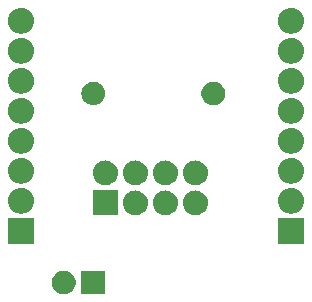
<source format=gts>
G04 #@! TF.GenerationSoftware,KiCad,Pcbnew,5.0.2+dfsg1-1~bpo9+1*
G04 #@! TF.CreationDate,2020-08-18T09:09:55+01:00*
G04 #@! TF.ProjectId,d1-nrf24l01-shield,64312d6e-7266-4323-946c-30312d736869,rev?*
G04 #@! TF.SameCoordinates,Original*
G04 #@! TF.FileFunction,Soldermask,Top*
G04 #@! TF.FilePolarity,Negative*
%FSLAX46Y46*%
G04 Gerber Fmt 4.6, Leading zero omitted, Abs format (unit mm)*
G04 Created by KiCad (PCBNEW 5.0.2+dfsg1-1~bpo9+1) date Tue 18 Aug 2020 09:09:55 IST*
%MOMM*%
%LPD*%
G01*
G04 APERTURE LIST*
%ADD10C,0.100000*%
G04 APERTURE END LIST*
D10*
G36*
X134604000Y-109331000D02*
X132604000Y-109331000D01*
X132604000Y-107331000D01*
X134604000Y-107331000D01*
X134604000Y-109331000D01*
X134604000Y-109331000D01*
G37*
G36*
X131279770Y-107346372D02*
X131395689Y-107369429D01*
X131577678Y-107444811D01*
X131741463Y-107554249D01*
X131880751Y-107693537D01*
X131990189Y-107857322D01*
X132065571Y-108039311D01*
X132104000Y-108232509D01*
X132104000Y-108429491D01*
X132065571Y-108622689D01*
X131990189Y-108804678D01*
X131880751Y-108968463D01*
X131741463Y-109107751D01*
X131577678Y-109217189D01*
X131395689Y-109292571D01*
X131279770Y-109315628D01*
X131202493Y-109331000D01*
X131005507Y-109331000D01*
X130928230Y-109315628D01*
X130812311Y-109292571D01*
X130630322Y-109217189D01*
X130466537Y-109107751D01*
X130327249Y-108968463D01*
X130217811Y-108804678D01*
X130142429Y-108622689D01*
X130104000Y-108429491D01*
X130104000Y-108232509D01*
X130142429Y-108039311D01*
X130217811Y-107857322D01*
X130327249Y-107693537D01*
X130466537Y-107554249D01*
X130630322Y-107444811D01*
X130812311Y-107369429D01*
X130928230Y-107346372D01*
X131005507Y-107331000D01*
X131202493Y-107331000D01*
X131279770Y-107346372D01*
X131279770Y-107346372D01*
G37*
G36*
X128590000Y-105050000D02*
X126390000Y-105050000D01*
X126390000Y-102850000D01*
X128590000Y-102850000D01*
X128590000Y-105050000D01*
X128590000Y-105050000D01*
G37*
G36*
X151450000Y-105050000D02*
X149250000Y-105050000D01*
X149250000Y-102850000D01*
X151450000Y-102850000D01*
X151450000Y-105050000D01*
X151450000Y-105050000D01*
G37*
G36*
X142368707Y-100557597D02*
X142445836Y-100565193D01*
X142577787Y-100605220D01*
X142643763Y-100625233D01*
X142826172Y-100722733D01*
X142986054Y-100853946D01*
X143117267Y-101013828D01*
X143214767Y-101196237D01*
X143214767Y-101196238D01*
X143274807Y-101394164D01*
X143295080Y-101600000D01*
X143274807Y-101805836D01*
X143234780Y-101937787D01*
X143214767Y-102003763D01*
X143117267Y-102186172D01*
X142986054Y-102346054D01*
X142826172Y-102477267D01*
X142643763Y-102574767D01*
X142577787Y-102594780D01*
X142445836Y-102634807D01*
X142368707Y-102642404D01*
X142291580Y-102650000D01*
X142188420Y-102650000D01*
X142111293Y-102642404D01*
X142034164Y-102634807D01*
X141902213Y-102594780D01*
X141836237Y-102574767D01*
X141653828Y-102477267D01*
X141493946Y-102346054D01*
X141362733Y-102186172D01*
X141265233Y-102003763D01*
X141245220Y-101937787D01*
X141205193Y-101805836D01*
X141184920Y-101600000D01*
X141205193Y-101394164D01*
X141265233Y-101196238D01*
X141265233Y-101196237D01*
X141362733Y-101013828D01*
X141493946Y-100853946D01*
X141653828Y-100722733D01*
X141836237Y-100625233D01*
X141902213Y-100605220D01*
X142034164Y-100565193D01*
X142111293Y-100557597D01*
X142188420Y-100550000D01*
X142291580Y-100550000D01*
X142368707Y-100557597D01*
X142368707Y-100557597D01*
G37*
G36*
X139828707Y-100557597D02*
X139905836Y-100565193D01*
X140037787Y-100605220D01*
X140103763Y-100625233D01*
X140286172Y-100722733D01*
X140446054Y-100853946D01*
X140577267Y-101013828D01*
X140674767Y-101196237D01*
X140674767Y-101196238D01*
X140734807Y-101394164D01*
X140755080Y-101600000D01*
X140734807Y-101805836D01*
X140694780Y-101937787D01*
X140674767Y-102003763D01*
X140577267Y-102186172D01*
X140446054Y-102346054D01*
X140286172Y-102477267D01*
X140103763Y-102574767D01*
X140037787Y-102594780D01*
X139905836Y-102634807D01*
X139828707Y-102642404D01*
X139751580Y-102650000D01*
X139648420Y-102650000D01*
X139571293Y-102642404D01*
X139494164Y-102634807D01*
X139362213Y-102594780D01*
X139296237Y-102574767D01*
X139113828Y-102477267D01*
X138953946Y-102346054D01*
X138822733Y-102186172D01*
X138725233Y-102003763D01*
X138705220Y-101937787D01*
X138665193Y-101805836D01*
X138644920Y-101600000D01*
X138665193Y-101394164D01*
X138725233Y-101196238D01*
X138725233Y-101196237D01*
X138822733Y-101013828D01*
X138953946Y-100853946D01*
X139113828Y-100722733D01*
X139296237Y-100625233D01*
X139362213Y-100605220D01*
X139494164Y-100565193D01*
X139571293Y-100557597D01*
X139648420Y-100550000D01*
X139751580Y-100550000D01*
X139828707Y-100557597D01*
X139828707Y-100557597D01*
G37*
G36*
X137288707Y-100557597D02*
X137365836Y-100565193D01*
X137497787Y-100605220D01*
X137563763Y-100625233D01*
X137746172Y-100722733D01*
X137906054Y-100853946D01*
X138037267Y-101013828D01*
X138134767Y-101196237D01*
X138134767Y-101196238D01*
X138194807Y-101394164D01*
X138215080Y-101600000D01*
X138194807Y-101805836D01*
X138154780Y-101937787D01*
X138134767Y-102003763D01*
X138037267Y-102186172D01*
X137906054Y-102346054D01*
X137746172Y-102477267D01*
X137563763Y-102574767D01*
X137497787Y-102594780D01*
X137365836Y-102634807D01*
X137288707Y-102642404D01*
X137211580Y-102650000D01*
X137108420Y-102650000D01*
X137031293Y-102642404D01*
X136954164Y-102634807D01*
X136822213Y-102594780D01*
X136756237Y-102574767D01*
X136573828Y-102477267D01*
X136413946Y-102346054D01*
X136282733Y-102186172D01*
X136185233Y-102003763D01*
X136165220Y-101937787D01*
X136125193Y-101805836D01*
X136104920Y-101600000D01*
X136125193Y-101394164D01*
X136185233Y-101196238D01*
X136185233Y-101196237D01*
X136282733Y-101013828D01*
X136413946Y-100853946D01*
X136573828Y-100722733D01*
X136756237Y-100625233D01*
X136822213Y-100605220D01*
X136954164Y-100565193D01*
X137031293Y-100557597D01*
X137108420Y-100550000D01*
X137211580Y-100550000D01*
X137288707Y-100557597D01*
X137288707Y-100557597D01*
G37*
G36*
X135670000Y-102650000D02*
X133570000Y-102650000D01*
X133570000Y-100550000D01*
X135670000Y-100550000D01*
X135670000Y-102650000D01*
X135670000Y-102650000D01*
G37*
G36*
X150565639Y-100325916D02*
X150772986Y-100388815D01*
X150772988Y-100388816D01*
X150964084Y-100490958D01*
X151131581Y-100628419D01*
X151269042Y-100795916D01*
X151300059Y-100853946D01*
X151371185Y-100987014D01*
X151434084Y-101194361D01*
X151455322Y-101410000D01*
X151434084Y-101625639D01*
X151379422Y-101805834D01*
X151371184Y-101832988D01*
X151269042Y-102024084D01*
X151131581Y-102191581D01*
X150964084Y-102329042D01*
X150772988Y-102431184D01*
X150772986Y-102431185D01*
X150565639Y-102494084D01*
X150404038Y-102510000D01*
X150295962Y-102510000D01*
X150134361Y-102494084D01*
X149927014Y-102431185D01*
X149927012Y-102431184D01*
X149735916Y-102329042D01*
X149568419Y-102191581D01*
X149430958Y-102024084D01*
X149328816Y-101832988D01*
X149320579Y-101805834D01*
X149265916Y-101625639D01*
X149244678Y-101410000D01*
X149265916Y-101194361D01*
X149328815Y-100987014D01*
X149399941Y-100853946D01*
X149430958Y-100795916D01*
X149568419Y-100628419D01*
X149735916Y-100490958D01*
X149927012Y-100388816D01*
X149927014Y-100388815D01*
X150134361Y-100325916D01*
X150295962Y-100310000D01*
X150404038Y-100310000D01*
X150565639Y-100325916D01*
X150565639Y-100325916D01*
G37*
G36*
X127705639Y-100325916D02*
X127912986Y-100388815D01*
X127912988Y-100388816D01*
X128104084Y-100490958D01*
X128271581Y-100628419D01*
X128409042Y-100795916D01*
X128440059Y-100853946D01*
X128511185Y-100987014D01*
X128574084Y-101194361D01*
X128595322Y-101410000D01*
X128574084Y-101625639D01*
X128519422Y-101805834D01*
X128511184Y-101832988D01*
X128409042Y-102024084D01*
X128271581Y-102191581D01*
X128104084Y-102329042D01*
X127912988Y-102431184D01*
X127912986Y-102431185D01*
X127705639Y-102494084D01*
X127544038Y-102510000D01*
X127435962Y-102510000D01*
X127274361Y-102494084D01*
X127067014Y-102431185D01*
X127067012Y-102431184D01*
X126875916Y-102329042D01*
X126708419Y-102191581D01*
X126570958Y-102024084D01*
X126468816Y-101832988D01*
X126460579Y-101805834D01*
X126405916Y-101625639D01*
X126384678Y-101410000D01*
X126405916Y-101194361D01*
X126468815Y-100987014D01*
X126539941Y-100853946D01*
X126570958Y-100795916D01*
X126708419Y-100628419D01*
X126875916Y-100490958D01*
X127067012Y-100388816D01*
X127067014Y-100388815D01*
X127274361Y-100325916D01*
X127435962Y-100310000D01*
X127544038Y-100310000D01*
X127705639Y-100325916D01*
X127705639Y-100325916D01*
G37*
G36*
X142368707Y-98017596D02*
X142445836Y-98025193D01*
X142577787Y-98065220D01*
X142643763Y-98085233D01*
X142826172Y-98182733D01*
X142986054Y-98313946D01*
X143117267Y-98473828D01*
X143214767Y-98656237D01*
X143214767Y-98656238D01*
X143274807Y-98854164D01*
X143295080Y-99060000D01*
X143274807Y-99265836D01*
X143234780Y-99397787D01*
X143214767Y-99463763D01*
X143117267Y-99646172D01*
X142986054Y-99806054D01*
X142826172Y-99937267D01*
X142643763Y-100034767D01*
X142577787Y-100054780D01*
X142445836Y-100094807D01*
X142368707Y-100102403D01*
X142291580Y-100110000D01*
X142188420Y-100110000D01*
X142111293Y-100102403D01*
X142034164Y-100094807D01*
X141902213Y-100054780D01*
X141836237Y-100034767D01*
X141653828Y-99937267D01*
X141493946Y-99806054D01*
X141362733Y-99646172D01*
X141265233Y-99463763D01*
X141245220Y-99397787D01*
X141205193Y-99265836D01*
X141184920Y-99060000D01*
X141205193Y-98854164D01*
X141265233Y-98656238D01*
X141265233Y-98656237D01*
X141362733Y-98473828D01*
X141493946Y-98313946D01*
X141653828Y-98182733D01*
X141836237Y-98085233D01*
X141902213Y-98065220D01*
X142034164Y-98025193D01*
X142111293Y-98017596D01*
X142188420Y-98010000D01*
X142291580Y-98010000D01*
X142368707Y-98017596D01*
X142368707Y-98017596D01*
G37*
G36*
X139828707Y-98017596D02*
X139905836Y-98025193D01*
X140037787Y-98065220D01*
X140103763Y-98085233D01*
X140286172Y-98182733D01*
X140446054Y-98313946D01*
X140577267Y-98473828D01*
X140674767Y-98656237D01*
X140674767Y-98656238D01*
X140734807Y-98854164D01*
X140755080Y-99060000D01*
X140734807Y-99265836D01*
X140694780Y-99397787D01*
X140674767Y-99463763D01*
X140577267Y-99646172D01*
X140446054Y-99806054D01*
X140286172Y-99937267D01*
X140103763Y-100034767D01*
X140037787Y-100054780D01*
X139905836Y-100094807D01*
X139828707Y-100102403D01*
X139751580Y-100110000D01*
X139648420Y-100110000D01*
X139571293Y-100102403D01*
X139494164Y-100094807D01*
X139362213Y-100054780D01*
X139296237Y-100034767D01*
X139113828Y-99937267D01*
X138953946Y-99806054D01*
X138822733Y-99646172D01*
X138725233Y-99463763D01*
X138705220Y-99397787D01*
X138665193Y-99265836D01*
X138644920Y-99060000D01*
X138665193Y-98854164D01*
X138725233Y-98656238D01*
X138725233Y-98656237D01*
X138822733Y-98473828D01*
X138953946Y-98313946D01*
X139113828Y-98182733D01*
X139296237Y-98085233D01*
X139362213Y-98065220D01*
X139494164Y-98025193D01*
X139571293Y-98017596D01*
X139648420Y-98010000D01*
X139751580Y-98010000D01*
X139828707Y-98017596D01*
X139828707Y-98017596D01*
G37*
G36*
X137288707Y-98017596D02*
X137365836Y-98025193D01*
X137497787Y-98065220D01*
X137563763Y-98085233D01*
X137746172Y-98182733D01*
X137906054Y-98313946D01*
X138037267Y-98473828D01*
X138134767Y-98656237D01*
X138134767Y-98656238D01*
X138194807Y-98854164D01*
X138215080Y-99060000D01*
X138194807Y-99265836D01*
X138154780Y-99397787D01*
X138134767Y-99463763D01*
X138037267Y-99646172D01*
X137906054Y-99806054D01*
X137746172Y-99937267D01*
X137563763Y-100034767D01*
X137497787Y-100054780D01*
X137365836Y-100094807D01*
X137288707Y-100102403D01*
X137211580Y-100110000D01*
X137108420Y-100110000D01*
X137031293Y-100102403D01*
X136954164Y-100094807D01*
X136822213Y-100054780D01*
X136756237Y-100034767D01*
X136573828Y-99937267D01*
X136413946Y-99806054D01*
X136282733Y-99646172D01*
X136185233Y-99463763D01*
X136165220Y-99397787D01*
X136125193Y-99265836D01*
X136104920Y-99060000D01*
X136125193Y-98854164D01*
X136185233Y-98656238D01*
X136185233Y-98656237D01*
X136282733Y-98473828D01*
X136413946Y-98313946D01*
X136573828Y-98182733D01*
X136756237Y-98085233D01*
X136822213Y-98065220D01*
X136954164Y-98025193D01*
X137031293Y-98017596D01*
X137108420Y-98010000D01*
X137211580Y-98010000D01*
X137288707Y-98017596D01*
X137288707Y-98017596D01*
G37*
G36*
X134748707Y-98017596D02*
X134825836Y-98025193D01*
X134957787Y-98065220D01*
X135023763Y-98085233D01*
X135206172Y-98182733D01*
X135366054Y-98313946D01*
X135497267Y-98473828D01*
X135594767Y-98656237D01*
X135594767Y-98656238D01*
X135654807Y-98854164D01*
X135675080Y-99060000D01*
X135654807Y-99265836D01*
X135614780Y-99397787D01*
X135594767Y-99463763D01*
X135497267Y-99646172D01*
X135366054Y-99806054D01*
X135206172Y-99937267D01*
X135023763Y-100034767D01*
X134957787Y-100054780D01*
X134825836Y-100094807D01*
X134748707Y-100102403D01*
X134671580Y-100110000D01*
X134568420Y-100110000D01*
X134491293Y-100102403D01*
X134414164Y-100094807D01*
X134282213Y-100054780D01*
X134216237Y-100034767D01*
X134033828Y-99937267D01*
X133873946Y-99806054D01*
X133742733Y-99646172D01*
X133645233Y-99463763D01*
X133625220Y-99397787D01*
X133585193Y-99265836D01*
X133564920Y-99060000D01*
X133585193Y-98854164D01*
X133645233Y-98656238D01*
X133645233Y-98656237D01*
X133742733Y-98473828D01*
X133873946Y-98313946D01*
X134033828Y-98182733D01*
X134216237Y-98085233D01*
X134282213Y-98065220D01*
X134414164Y-98025193D01*
X134491293Y-98017596D01*
X134568420Y-98010000D01*
X134671580Y-98010000D01*
X134748707Y-98017596D01*
X134748707Y-98017596D01*
G37*
G36*
X127705639Y-97785916D02*
X127912986Y-97848815D01*
X127912988Y-97848816D01*
X128104084Y-97950958D01*
X128271581Y-98088419D01*
X128409042Y-98255916D01*
X128440059Y-98313946D01*
X128511185Y-98447014D01*
X128574084Y-98654361D01*
X128595322Y-98870000D01*
X128574084Y-99085639D01*
X128519422Y-99265834D01*
X128511184Y-99292988D01*
X128409042Y-99484084D01*
X128271581Y-99651581D01*
X128104084Y-99789042D01*
X127912988Y-99891184D01*
X127912986Y-99891185D01*
X127705639Y-99954084D01*
X127544038Y-99970000D01*
X127435962Y-99970000D01*
X127274361Y-99954084D01*
X127067014Y-99891185D01*
X127067012Y-99891184D01*
X126875916Y-99789042D01*
X126708419Y-99651581D01*
X126570958Y-99484084D01*
X126468816Y-99292988D01*
X126460579Y-99265834D01*
X126405916Y-99085639D01*
X126384678Y-98870000D01*
X126405916Y-98654361D01*
X126468815Y-98447014D01*
X126539941Y-98313946D01*
X126570958Y-98255916D01*
X126708419Y-98088419D01*
X126875916Y-97950958D01*
X127067012Y-97848816D01*
X127067014Y-97848815D01*
X127274361Y-97785916D01*
X127435962Y-97770000D01*
X127544038Y-97770000D01*
X127705639Y-97785916D01*
X127705639Y-97785916D01*
G37*
G36*
X150565639Y-97785916D02*
X150772986Y-97848815D01*
X150772988Y-97848816D01*
X150964084Y-97950958D01*
X151131581Y-98088419D01*
X151269042Y-98255916D01*
X151300059Y-98313946D01*
X151371185Y-98447014D01*
X151434084Y-98654361D01*
X151455322Y-98870000D01*
X151434084Y-99085639D01*
X151379422Y-99265834D01*
X151371184Y-99292988D01*
X151269042Y-99484084D01*
X151131581Y-99651581D01*
X150964084Y-99789042D01*
X150772988Y-99891184D01*
X150772986Y-99891185D01*
X150565639Y-99954084D01*
X150404038Y-99970000D01*
X150295962Y-99970000D01*
X150134361Y-99954084D01*
X149927014Y-99891185D01*
X149927012Y-99891184D01*
X149735916Y-99789042D01*
X149568419Y-99651581D01*
X149430958Y-99484084D01*
X149328816Y-99292988D01*
X149320579Y-99265834D01*
X149265916Y-99085639D01*
X149244678Y-98870000D01*
X149265916Y-98654361D01*
X149328815Y-98447014D01*
X149399941Y-98313946D01*
X149430958Y-98255916D01*
X149568419Y-98088419D01*
X149735916Y-97950958D01*
X149927012Y-97848816D01*
X149927014Y-97848815D01*
X150134361Y-97785916D01*
X150295962Y-97770000D01*
X150404038Y-97770000D01*
X150565639Y-97785916D01*
X150565639Y-97785916D01*
G37*
G36*
X150565639Y-95245916D02*
X150772986Y-95308815D01*
X150772988Y-95308816D01*
X150964084Y-95410958D01*
X151131581Y-95548419D01*
X151269042Y-95715916D01*
X151371184Y-95907012D01*
X151434084Y-96114362D01*
X151455322Y-96330000D01*
X151434084Y-96545638D01*
X151371184Y-96752988D01*
X151269042Y-96944084D01*
X151131581Y-97111581D01*
X150964084Y-97249042D01*
X150772988Y-97351184D01*
X150772986Y-97351185D01*
X150565639Y-97414084D01*
X150404038Y-97430000D01*
X150295962Y-97430000D01*
X150134361Y-97414084D01*
X149927014Y-97351185D01*
X149927012Y-97351184D01*
X149735916Y-97249042D01*
X149568419Y-97111581D01*
X149430958Y-96944084D01*
X149328816Y-96752988D01*
X149265916Y-96545638D01*
X149244678Y-96330000D01*
X149265916Y-96114362D01*
X149328816Y-95907012D01*
X149430958Y-95715916D01*
X149568419Y-95548419D01*
X149735916Y-95410958D01*
X149927012Y-95308816D01*
X149927014Y-95308815D01*
X150134361Y-95245916D01*
X150295962Y-95230000D01*
X150404038Y-95230000D01*
X150565639Y-95245916D01*
X150565639Y-95245916D01*
G37*
G36*
X127705639Y-95245916D02*
X127912986Y-95308815D01*
X127912988Y-95308816D01*
X128104084Y-95410958D01*
X128271581Y-95548419D01*
X128409042Y-95715916D01*
X128511184Y-95907012D01*
X128574084Y-96114362D01*
X128595322Y-96330000D01*
X128574084Y-96545638D01*
X128511184Y-96752988D01*
X128409042Y-96944084D01*
X128271581Y-97111581D01*
X128104084Y-97249042D01*
X127912988Y-97351184D01*
X127912986Y-97351185D01*
X127705639Y-97414084D01*
X127544038Y-97430000D01*
X127435962Y-97430000D01*
X127274361Y-97414084D01*
X127067014Y-97351185D01*
X127067012Y-97351184D01*
X126875916Y-97249042D01*
X126708419Y-97111581D01*
X126570958Y-96944084D01*
X126468816Y-96752988D01*
X126405916Y-96545638D01*
X126384678Y-96330000D01*
X126405916Y-96114362D01*
X126468816Y-95907012D01*
X126570958Y-95715916D01*
X126708419Y-95548419D01*
X126875916Y-95410958D01*
X127067012Y-95308816D01*
X127067014Y-95308815D01*
X127274361Y-95245916D01*
X127435962Y-95230000D01*
X127544038Y-95230000D01*
X127705639Y-95245916D01*
X127705639Y-95245916D01*
G37*
G36*
X150565639Y-92705916D02*
X150772986Y-92768815D01*
X150772988Y-92768816D01*
X150964084Y-92870958D01*
X151131581Y-93008419D01*
X151269042Y-93175916D01*
X151371184Y-93367012D01*
X151434084Y-93574362D01*
X151455322Y-93790000D01*
X151434084Y-94005638D01*
X151371184Y-94212988D01*
X151269042Y-94404084D01*
X151131581Y-94571581D01*
X150964084Y-94709042D01*
X150772988Y-94811184D01*
X150772986Y-94811185D01*
X150565639Y-94874084D01*
X150404038Y-94890000D01*
X150295962Y-94890000D01*
X150134361Y-94874084D01*
X149927014Y-94811185D01*
X149927012Y-94811184D01*
X149735916Y-94709042D01*
X149568419Y-94571581D01*
X149430958Y-94404084D01*
X149328816Y-94212988D01*
X149265916Y-94005638D01*
X149244678Y-93790000D01*
X149265916Y-93574362D01*
X149328816Y-93367012D01*
X149430958Y-93175916D01*
X149568419Y-93008419D01*
X149735916Y-92870958D01*
X149927012Y-92768816D01*
X149927014Y-92768815D01*
X150134361Y-92705916D01*
X150295962Y-92690000D01*
X150404038Y-92690000D01*
X150565639Y-92705916D01*
X150565639Y-92705916D01*
G37*
G36*
X127705639Y-92705916D02*
X127912986Y-92768815D01*
X127912988Y-92768816D01*
X128104084Y-92870958D01*
X128271581Y-93008419D01*
X128409042Y-93175916D01*
X128511184Y-93367012D01*
X128574084Y-93574362D01*
X128595322Y-93790000D01*
X128574084Y-94005638D01*
X128511184Y-94212988D01*
X128409042Y-94404084D01*
X128271581Y-94571581D01*
X128104084Y-94709042D01*
X127912988Y-94811184D01*
X127912986Y-94811185D01*
X127705639Y-94874084D01*
X127544038Y-94890000D01*
X127435962Y-94890000D01*
X127274361Y-94874084D01*
X127067014Y-94811185D01*
X127067012Y-94811184D01*
X126875916Y-94709042D01*
X126708419Y-94571581D01*
X126570958Y-94404084D01*
X126468816Y-94212988D01*
X126405916Y-94005638D01*
X126384678Y-93790000D01*
X126405916Y-93574362D01*
X126468816Y-93367012D01*
X126570958Y-93175916D01*
X126708419Y-93008419D01*
X126875916Y-92870958D01*
X127067012Y-92768816D01*
X127067014Y-92768815D01*
X127274361Y-92705916D01*
X127435962Y-92690000D01*
X127544038Y-92690000D01*
X127705639Y-92705916D01*
X127705639Y-92705916D01*
G37*
G36*
X133800030Y-91343469D02*
X133800033Y-91343470D01*
X133800034Y-91343470D01*
X133988535Y-91400651D01*
X133988537Y-91400652D01*
X134162260Y-91493509D01*
X134314528Y-91618472D01*
X134439491Y-91770740D01*
X134532348Y-91944463D01*
X134589531Y-92132970D01*
X134608838Y-92329000D01*
X134589531Y-92525030D01*
X134532348Y-92713537D01*
X134439491Y-92887260D01*
X134314528Y-93039528D01*
X134162260Y-93164491D01*
X134067411Y-93215189D01*
X133988535Y-93257349D01*
X133800034Y-93314530D01*
X133800033Y-93314530D01*
X133800030Y-93314531D01*
X133653124Y-93329000D01*
X133554876Y-93329000D01*
X133407970Y-93314531D01*
X133407967Y-93314530D01*
X133407966Y-93314530D01*
X133219465Y-93257349D01*
X133140589Y-93215189D01*
X133045740Y-93164491D01*
X132893472Y-93039528D01*
X132768509Y-92887260D01*
X132675652Y-92713537D01*
X132618469Y-92525030D01*
X132599162Y-92329000D01*
X132618469Y-92132970D01*
X132675652Y-91944463D01*
X132768509Y-91770740D01*
X132893472Y-91618472D01*
X133045740Y-91493509D01*
X133219463Y-91400652D01*
X133219465Y-91400651D01*
X133407966Y-91343470D01*
X133407967Y-91343470D01*
X133407970Y-91343469D01*
X133554876Y-91329000D01*
X133653124Y-91329000D01*
X133800030Y-91343469D01*
X133800030Y-91343469D01*
G37*
G36*
X143939770Y-91344372D02*
X144055689Y-91367429D01*
X144237678Y-91442811D01*
X144401463Y-91552249D01*
X144540751Y-91691537D01*
X144650189Y-91855322D01*
X144725571Y-92037311D01*
X144764000Y-92230509D01*
X144764000Y-92427491D01*
X144725571Y-92620689D01*
X144650189Y-92802678D01*
X144540751Y-92966463D01*
X144401463Y-93105751D01*
X144237678Y-93215189D01*
X144055689Y-93290571D01*
X143939770Y-93313628D01*
X143862493Y-93329000D01*
X143665507Y-93329000D01*
X143588230Y-93313628D01*
X143472311Y-93290571D01*
X143290322Y-93215189D01*
X143126537Y-93105751D01*
X142987249Y-92966463D01*
X142877811Y-92802678D01*
X142802429Y-92620689D01*
X142764000Y-92427491D01*
X142764000Y-92230509D01*
X142802429Y-92037311D01*
X142877811Y-91855322D01*
X142987249Y-91691537D01*
X143126537Y-91552249D01*
X143290322Y-91442811D01*
X143472311Y-91367429D01*
X143588230Y-91344372D01*
X143665507Y-91329000D01*
X143862493Y-91329000D01*
X143939770Y-91344372D01*
X143939770Y-91344372D01*
G37*
G36*
X150565639Y-90165916D02*
X150772986Y-90228815D01*
X150772988Y-90228816D01*
X150964084Y-90330958D01*
X151131581Y-90468419D01*
X151269042Y-90635916D01*
X151371184Y-90827012D01*
X151371185Y-90827014D01*
X151434084Y-91034361D01*
X151455322Y-91250000D01*
X151434084Y-91465639D01*
X151407810Y-91552253D01*
X151371184Y-91672988D01*
X151269042Y-91864084D01*
X151131581Y-92031581D01*
X150964084Y-92169042D01*
X150772988Y-92271184D01*
X150772986Y-92271185D01*
X150565639Y-92334084D01*
X150404038Y-92350000D01*
X150295962Y-92350000D01*
X150134361Y-92334084D01*
X149927014Y-92271185D01*
X149927012Y-92271184D01*
X149735916Y-92169042D01*
X149568419Y-92031581D01*
X149430958Y-91864084D01*
X149328816Y-91672988D01*
X149292191Y-91552253D01*
X149265916Y-91465639D01*
X149244678Y-91250000D01*
X149265916Y-91034361D01*
X149328815Y-90827014D01*
X149328816Y-90827012D01*
X149430958Y-90635916D01*
X149568419Y-90468419D01*
X149735916Y-90330958D01*
X149927012Y-90228816D01*
X149927014Y-90228815D01*
X150134361Y-90165916D01*
X150295962Y-90150000D01*
X150404038Y-90150000D01*
X150565639Y-90165916D01*
X150565639Y-90165916D01*
G37*
G36*
X127705639Y-90165916D02*
X127912986Y-90228815D01*
X127912988Y-90228816D01*
X128104084Y-90330958D01*
X128271581Y-90468419D01*
X128409042Y-90635916D01*
X128511184Y-90827012D01*
X128511185Y-90827014D01*
X128574084Y-91034361D01*
X128595322Y-91250000D01*
X128574084Y-91465639D01*
X128547810Y-91552253D01*
X128511184Y-91672988D01*
X128409042Y-91864084D01*
X128271581Y-92031581D01*
X128104084Y-92169042D01*
X127912988Y-92271184D01*
X127912986Y-92271185D01*
X127705639Y-92334084D01*
X127544038Y-92350000D01*
X127435962Y-92350000D01*
X127274361Y-92334084D01*
X127067014Y-92271185D01*
X127067012Y-92271184D01*
X126875916Y-92169042D01*
X126708419Y-92031581D01*
X126570958Y-91864084D01*
X126468816Y-91672988D01*
X126432191Y-91552253D01*
X126405916Y-91465639D01*
X126384678Y-91250000D01*
X126405916Y-91034361D01*
X126468815Y-90827014D01*
X126468816Y-90827012D01*
X126570958Y-90635916D01*
X126708419Y-90468419D01*
X126875916Y-90330958D01*
X127067012Y-90228816D01*
X127067014Y-90228815D01*
X127274361Y-90165916D01*
X127435962Y-90150000D01*
X127544038Y-90150000D01*
X127705639Y-90165916D01*
X127705639Y-90165916D01*
G37*
G36*
X127705639Y-87625916D02*
X127912986Y-87688815D01*
X127912988Y-87688816D01*
X128104084Y-87790958D01*
X128271581Y-87928419D01*
X128409042Y-88095916D01*
X128511184Y-88287012D01*
X128574084Y-88494362D01*
X128595322Y-88710000D01*
X128574084Y-88925638D01*
X128511184Y-89132988D01*
X128409042Y-89324084D01*
X128271581Y-89491581D01*
X128104084Y-89629042D01*
X127912988Y-89731184D01*
X127912986Y-89731185D01*
X127705639Y-89794084D01*
X127544038Y-89810000D01*
X127435962Y-89810000D01*
X127274361Y-89794084D01*
X127067014Y-89731185D01*
X127067012Y-89731184D01*
X126875916Y-89629042D01*
X126708419Y-89491581D01*
X126570958Y-89324084D01*
X126468816Y-89132988D01*
X126405916Y-88925638D01*
X126384678Y-88710000D01*
X126405916Y-88494362D01*
X126468816Y-88287012D01*
X126570958Y-88095916D01*
X126708419Y-87928419D01*
X126875916Y-87790958D01*
X127067012Y-87688816D01*
X127067014Y-87688815D01*
X127274361Y-87625916D01*
X127435962Y-87610000D01*
X127544038Y-87610000D01*
X127705639Y-87625916D01*
X127705639Y-87625916D01*
G37*
G36*
X150565639Y-87625916D02*
X150772986Y-87688815D01*
X150772988Y-87688816D01*
X150964084Y-87790958D01*
X151131581Y-87928419D01*
X151269042Y-88095916D01*
X151371184Y-88287012D01*
X151434084Y-88494362D01*
X151455322Y-88710000D01*
X151434084Y-88925638D01*
X151371184Y-89132988D01*
X151269042Y-89324084D01*
X151131581Y-89491581D01*
X150964084Y-89629042D01*
X150772988Y-89731184D01*
X150772986Y-89731185D01*
X150565639Y-89794084D01*
X150404038Y-89810000D01*
X150295962Y-89810000D01*
X150134361Y-89794084D01*
X149927014Y-89731185D01*
X149927012Y-89731184D01*
X149735916Y-89629042D01*
X149568419Y-89491581D01*
X149430958Y-89324084D01*
X149328816Y-89132988D01*
X149265916Y-88925638D01*
X149244678Y-88710000D01*
X149265916Y-88494362D01*
X149328816Y-88287012D01*
X149430958Y-88095916D01*
X149568419Y-87928419D01*
X149735916Y-87790958D01*
X149927012Y-87688816D01*
X149927014Y-87688815D01*
X150134361Y-87625916D01*
X150295962Y-87610000D01*
X150404038Y-87610000D01*
X150565639Y-87625916D01*
X150565639Y-87625916D01*
G37*
G36*
X127705639Y-85085916D02*
X127912986Y-85148815D01*
X127912988Y-85148816D01*
X128104084Y-85250958D01*
X128271581Y-85388419D01*
X128409042Y-85555916D01*
X128511184Y-85747012D01*
X128574084Y-85954362D01*
X128595322Y-86170000D01*
X128574084Y-86385638D01*
X128511184Y-86592988D01*
X128409042Y-86784084D01*
X128271581Y-86951581D01*
X128104084Y-87089042D01*
X127912988Y-87191184D01*
X127912986Y-87191185D01*
X127705639Y-87254084D01*
X127544038Y-87270000D01*
X127435962Y-87270000D01*
X127274361Y-87254084D01*
X127067014Y-87191185D01*
X127067012Y-87191184D01*
X126875916Y-87089042D01*
X126708419Y-86951581D01*
X126570958Y-86784084D01*
X126468816Y-86592988D01*
X126405916Y-86385638D01*
X126384678Y-86170000D01*
X126405916Y-85954362D01*
X126468816Y-85747012D01*
X126570958Y-85555916D01*
X126708419Y-85388419D01*
X126875916Y-85250958D01*
X127067012Y-85148816D01*
X127067014Y-85148815D01*
X127274361Y-85085916D01*
X127435962Y-85070000D01*
X127544038Y-85070000D01*
X127705639Y-85085916D01*
X127705639Y-85085916D01*
G37*
G36*
X150565639Y-85085916D02*
X150772986Y-85148815D01*
X150772988Y-85148816D01*
X150964084Y-85250958D01*
X151131581Y-85388419D01*
X151269042Y-85555916D01*
X151371184Y-85747012D01*
X151434084Y-85954362D01*
X151455322Y-86170000D01*
X151434084Y-86385638D01*
X151371184Y-86592988D01*
X151269042Y-86784084D01*
X151131581Y-86951581D01*
X150964084Y-87089042D01*
X150772988Y-87191184D01*
X150772986Y-87191185D01*
X150565639Y-87254084D01*
X150404038Y-87270000D01*
X150295962Y-87270000D01*
X150134361Y-87254084D01*
X149927014Y-87191185D01*
X149927012Y-87191184D01*
X149735916Y-87089042D01*
X149568419Y-86951581D01*
X149430958Y-86784084D01*
X149328816Y-86592988D01*
X149265916Y-86385638D01*
X149244678Y-86170000D01*
X149265916Y-85954362D01*
X149328816Y-85747012D01*
X149430958Y-85555916D01*
X149568419Y-85388419D01*
X149735916Y-85250958D01*
X149927012Y-85148816D01*
X149927014Y-85148815D01*
X150134361Y-85085916D01*
X150295962Y-85070000D01*
X150404038Y-85070000D01*
X150565639Y-85085916D01*
X150565639Y-85085916D01*
G37*
M02*

</source>
